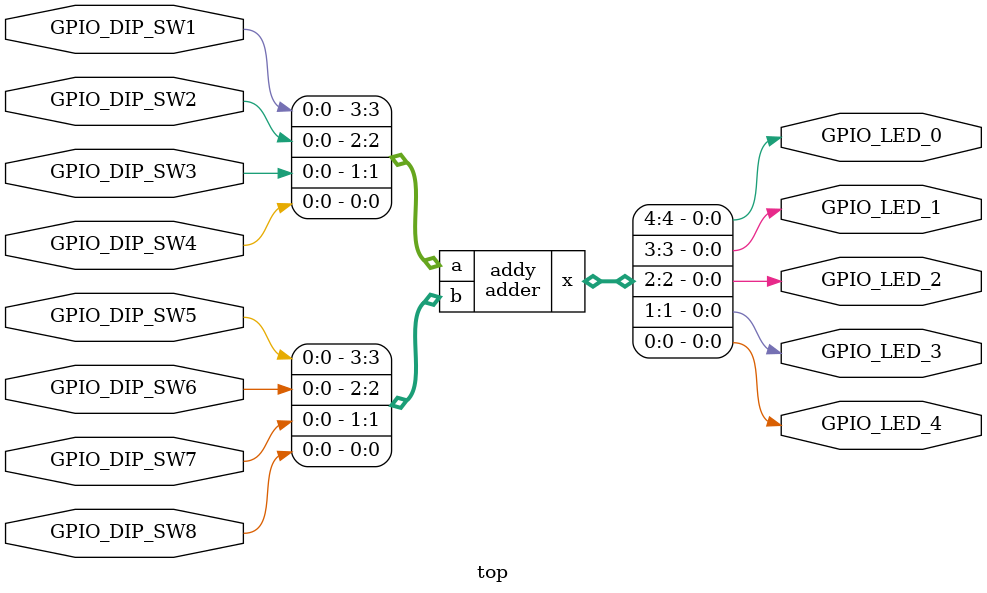
<source format=v>
`timescale 1ns / 1ps
module adder(
    input [3:0] a,
    input [3:0] b,
    output [4:0] x
    );
	 
	 assign x = {1'b0,a} + {1'b0,b};

endmodule

module top(
	input GPIO_DIP_SW1,GPIO_DIP_SW2,GPIO_DIP_SW3,GPIO_DIP_SW4,
	input GPIO_DIP_SW5,GPIO_DIP_SW6,GPIO_DIP_SW7,GPIO_DIP_SW8,
	output GPIO_LED_0,GPIO_LED_1,GPIO_LED_2,GPIO_LED_3,GPIO_LED_4
	);
	
	//assign a = {GPIO_DIP_SW1,GPIO_DIP_SW2,GPIO_DIP_SW3,GPIO_DIP_SW4};
	//assign b = {GPIO_DIP_SW5,GPIO_DIP_SW6,GPIO_DIP_SW7,GPIO_DIP_SW8};
	//assign {GPIO_LED_0,GPIO_LED_1,GPIO_LED_2,GPIO_LED_3,GPIO_LED_4} = x;
	//assign {GPIO_LED_0,GPIO_LED_1,GPIO_LED_2,GPIO_LED_3,GPIO_LED_4} = 5'b11111;
	adder addy(.a({GPIO_DIP_SW1,GPIO_DIP_SW2,GPIO_DIP_SW3,GPIO_DIP_SW4}),
		.b({GPIO_DIP_SW5,GPIO_DIP_SW6,GPIO_DIP_SW7,GPIO_DIP_SW8}),
		.x({GPIO_LED_0,GPIO_LED_1,GPIO_LED_2,GPIO_LED_3,GPIO_LED_4}));
endmodule


</source>
